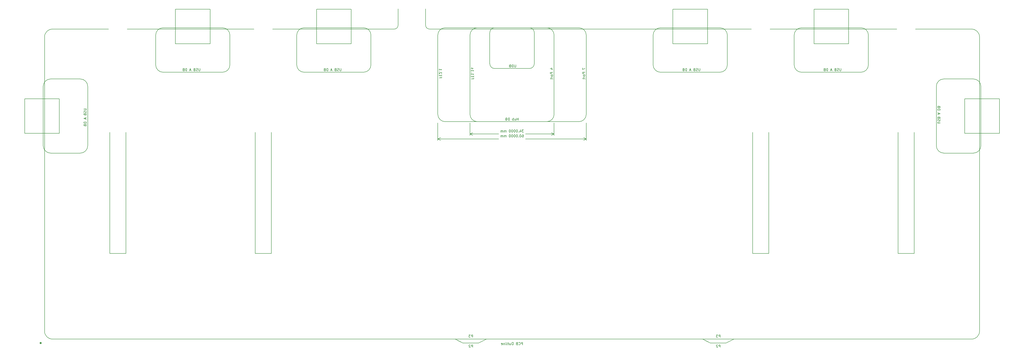
<source format=gbl>
%TF.GenerationSoftware,KiCad,Pcbnew,(6.0.0)*%
%TF.CreationDate,2022-03-06T22:42:25-05:00*%
%TF.ProjectId,custom_keyboard plate v3 bottom - map,63757374-6f6d-45f6-9b65-79626f617264,rev?*%
%TF.SameCoordinates,Original*%
%TF.FileFunction,Copper,L2,Bot*%
%TF.FilePolarity,Positive*%
%FSLAX46Y46*%
G04 Gerber Fmt 4.6, Leading zero omitted, Abs format (unit mm)*
G04 Created by KiCad (PCBNEW (6.0.0)) date 2022-03-06 22:42:25*
%MOMM*%
%LPD*%
G01*
G04 APERTURE LIST*
%TA.AperFunction,NonConductor*%
%ADD10C,0.200000*%
%TD*%
%ADD11C,0.200000*%
%TA.AperFunction,ViaPad*%
%ADD12C,0.800000*%
%TD*%
G04 APERTURE END LIST*
D10*
X379699799Y-90663700D02*
X379699799Y-114663700D01*
X194255500Y-66945200D02*
G75*
G03*
X191255500Y-69945200I1J-3000001D01*
G01*
X160633500Y-67488900D02*
X111505500Y-67488900D01*
X285244400Y-192893500D02*
X197937400Y-192893500D01*
X349255500Y-84945200D02*
G75*
G03*
X352255500Y-81945200I-1J3000001D01*
G01*
X305005500Y-67488900D02*
X174920100Y-67488900D01*
X148255500Y-84945200D02*
G75*
G03*
X151255500Y-81945200I-1J3000001D01*
G01*
X285244400Y-192893500D02*
X288419200Y-194480900D01*
X382699799Y-117663700D02*
X394699799Y-117663700D01*
X121255500Y-69945200D02*
X121255500Y-81945200D01*
X222255500Y-104945200D02*
G75*
G03*
X225255500Y-101945200I-1J3000001D01*
G01*
X21811200Y-117663700D02*
X33811200Y-117663700D01*
X297943600Y-192893500D02*
X294768800Y-194480900D01*
X191255500Y-69945200D02*
X191255500Y-101945200D01*
X129255500Y-73445200D02*
X143255500Y-73445200D01*
X143255500Y-73445200D02*
X143255500Y-59445200D01*
X143255500Y-59445200D02*
X129255500Y-59445200D01*
X129255500Y-59445200D02*
X129255500Y-73445200D01*
X19354900Y-189718700D02*
X19354900Y-70663700D01*
X33811200Y-87663700D02*
X21811200Y-87663700D01*
X91255500Y-84945200D02*
G75*
G03*
X94255500Y-81945200I-1J3000001D01*
G01*
X352255500Y-69945200D02*
G75*
G03*
X349255500Y-66945200I-3000001J-1D01*
G01*
X397156100Y-70663700D02*
X397156100Y-189718700D01*
X225255500Y-101945200D02*
X225255500Y-69945200D01*
X382699799Y-87663700D02*
G75*
G03*
X379699799Y-90663700I1J-3000001D01*
G01*
X391199799Y-95663700D02*
X405199799Y-95663700D01*
X405199799Y-95663700D02*
X405199799Y-109663700D01*
X405199799Y-109663700D02*
X391199799Y-109663700D01*
X391199799Y-109663700D02*
X391199799Y-95663700D01*
X185238200Y-192893500D02*
X197937400Y-192893500D01*
X201255500Y-83445200D02*
X215255500Y-83445200D01*
X178255500Y-101945200D02*
G75*
G03*
X181255500Y-104945200I3000001J1D01*
G01*
X45755500Y-158258200D02*
X52255500Y-158258200D01*
X21811200Y-87663700D02*
G75*
G03*
X18811200Y-90663700I1J-3000001D01*
G01*
X268255500Y-66945200D02*
G75*
G03*
X265255500Y-69945200I1J-3000001D01*
G01*
X160633500Y-67488900D02*
G75*
G03*
X162220900Y-65901500I-1J1587401D01*
G01*
X364255500Y-158258200D02*
X370755500Y-158258200D01*
X64255500Y-69945200D02*
X64255500Y-81945200D01*
X364255500Y-109258200D02*
X364255500Y-158258200D01*
X225255500Y-69945200D02*
G75*
G03*
X222255500Y-66945200I-3000001J-1D01*
G01*
X173332700Y-65901500D02*
X173332700Y-59258200D01*
X312005500Y-158258200D02*
X312005500Y-109258200D01*
X292255500Y-66945200D02*
X268255500Y-66945200D01*
X25311200Y-109663700D02*
X11311200Y-109663700D01*
X11311200Y-109663700D02*
X11311200Y-95663700D01*
X11311200Y-95663700D02*
X25311200Y-95663700D01*
X25311200Y-95663700D02*
X25311200Y-109663700D01*
X325255500Y-84945200D02*
X349255500Y-84945200D01*
X45755500Y-109258200D02*
X45755500Y-158258200D01*
X397699799Y-114663700D02*
X397699799Y-90663700D01*
X273255500Y-59445200D02*
X287255500Y-59445200D01*
X287255500Y-59445200D02*
X287255500Y-73445200D01*
X287255500Y-73445200D02*
X273255500Y-73445200D01*
X273255500Y-73445200D02*
X273255500Y-59445200D01*
X305505500Y-158258200D02*
X312005500Y-158258200D01*
X295255500Y-81945200D02*
X295255500Y-69945200D01*
X185238200Y-192893500D02*
X188413000Y-194480900D01*
X151255500Y-81945200D02*
X151255500Y-69945200D01*
X162220900Y-65901500D02*
X162220900Y-59258200D01*
X121255500Y-81945200D02*
G75*
G03*
X124255500Y-84945200I3000001J1D01*
G01*
X363755500Y-67488900D02*
X312505500Y-67488900D01*
X235255500Y-104945200D02*
G75*
G03*
X238255500Y-101945200I-1J3000001D01*
G01*
X104505500Y-109258200D02*
X104505500Y-158258200D01*
X151255500Y-69945200D02*
G75*
G03*
X148255500Y-66945200I-3000001J-1D01*
G01*
X322255500Y-69945200D02*
X322255500Y-81945200D01*
X370755500Y-158258200D02*
X370755500Y-109258200D01*
X393981300Y-192893500D02*
G75*
G03*
X397156100Y-189718700I1J3174799D01*
G01*
X52255500Y-158258200D02*
X52255500Y-109258200D01*
X199255500Y-68945200D02*
X199255500Y-81445200D01*
X397156100Y-70663700D02*
G75*
G03*
X393981300Y-67488900I-3174799J1D01*
G01*
X94255500Y-81945200D02*
X94255500Y-69945200D01*
X394699799Y-117663700D02*
G75*
G03*
X397699799Y-114663700I-1J3000001D01*
G01*
X379699799Y-114663700D02*
G75*
G03*
X382699799Y-117663700I3000001J1D01*
G01*
X181255500Y-104945200D02*
X235255500Y-104945200D01*
X104005500Y-67488900D02*
X52755500Y-67488900D01*
X22529700Y-67488900D02*
X45255500Y-67488900D01*
X268255500Y-84945200D02*
X292255500Y-84945200D01*
X18811200Y-114663700D02*
G75*
G03*
X21811200Y-117663700I3000001J1D01*
G01*
X111005500Y-158258200D02*
X111005500Y-109258200D01*
X238255500Y-101945200D02*
X238255500Y-69945200D01*
X295255500Y-69945200D02*
G75*
G03*
X292255500Y-66945200I-3000001J-1D01*
G01*
X197937400Y-192893500D02*
X194762600Y-194480900D01*
X36811200Y-90663700D02*
G75*
G03*
X33811200Y-87663700I-3000001J-1D01*
G01*
X178255500Y-69945200D02*
X178255500Y-101945200D01*
X371255500Y-67488900D02*
X393981300Y-67488900D01*
X292255500Y-84945200D02*
G75*
G03*
X295255500Y-81945200I-1J3000001D01*
G01*
X325255500Y-66945200D02*
G75*
G03*
X322255500Y-69945200I1J-3000001D01*
G01*
X265255500Y-69945200D02*
X265255500Y-81945200D01*
X19354900Y-189718700D02*
G75*
G03*
X22529700Y-192893500I3174799J-1D01*
G01*
X217255500Y-81445200D02*
X217255500Y-68945200D01*
X322255500Y-81945200D02*
G75*
G03*
X325255500Y-84945200I3000001J1D01*
G01*
X181255500Y-66945200D02*
G75*
G03*
X178255500Y-69945200I1J-3000001D01*
G01*
X18811200Y-90663700D02*
X18811200Y-114663700D01*
X64255500Y-81945200D02*
G75*
G03*
X67255500Y-84945200I3000001J1D01*
G01*
X124255500Y-66945200D02*
G75*
G03*
X121255500Y-69945200I1J-3000001D01*
G01*
X394699799Y-87663700D02*
X382699799Y-87663700D01*
X393981300Y-192893500D02*
X297943600Y-192893500D01*
X173332700Y-65901500D02*
G75*
G03*
X174920100Y-67488900I1587401J1D01*
G01*
X235255500Y-66945200D02*
X181255500Y-66945200D01*
X36811200Y-114663700D02*
X36811200Y-90663700D01*
X238255500Y-69945200D02*
G75*
G03*
X235255500Y-66945200I-3000001J-1D01*
G01*
X285244400Y-192893500D02*
X297943600Y-192893500D01*
X397699799Y-90663700D02*
G75*
G03*
X394699799Y-87663700I-3000001J-1D01*
G01*
X188413000Y-194480900D02*
X194762600Y-194480900D01*
X124255500Y-84945200D02*
X148255500Y-84945200D01*
X148255500Y-66945200D02*
X124255500Y-66945200D01*
X217255500Y-68945200D02*
G75*
G03*
X215255500Y-66945200I-1999999J1D01*
G01*
X67255500Y-84945200D02*
X91255500Y-84945200D01*
X199255500Y-81445200D02*
G75*
G03*
X201255500Y-83445200I1999999J-1D01*
G01*
X72255500Y-73445200D02*
X86255500Y-73445200D01*
X86255500Y-73445200D02*
X86255500Y-59445200D01*
X86255500Y-59445200D02*
X72255500Y-59445200D01*
X72255500Y-59445200D02*
X72255500Y-73445200D01*
X349255500Y-66945200D02*
X325255500Y-66945200D01*
X104505500Y-158258200D02*
X111005500Y-158258200D01*
X185238200Y-192893500D02*
X22529700Y-192893500D01*
X330255500Y-59445200D02*
X344255500Y-59445200D01*
X344255500Y-59445200D02*
X344255500Y-73445200D01*
X344255500Y-73445200D02*
X330255500Y-73445200D01*
X330255500Y-73445200D02*
X330255500Y-59445200D01*
X91255500Y-66945200D02*
X67255500Y-66945200D01*
X265255500Y-81945200D02*
G75*
G03*
X268255500Y-84945200I3000001J1D01*
G01*
X305505500Y-109258200D02*
X305505500Y-158258200D01*
X201255500Y-66945200D02*
G75*
G03*
X199255500Y-68945200I-1J-1999999D01*
G01*
X33811200Y-117663700D02*
G75*
G03*
X36811200Y-114663700I-1J3000001D01*
G01*
X191255500Y-101945200D02*
G75*
G03*
X194255500Y-104945200I3000001J1D01*
G01*
X67255500Y-66945200D02*
G75*
G03*
X64255500Y-69945200I1J-3000001D01*
G01*
X352255500Y-81945200D02*
X352255500Y-69945200D01*
X215255500Y-83445200D02*
G75*
G03*
X217255500Y-81445200I1J1999999D01*
G01*
X288419200Y-194480900D02*
X294768800Y-194480900D01*
X22529700Y-67488900D02*
G75*
G03*
X19354900Y-70663700I-1J-3174799D01*
G01*
X94255500Y-69945200D02*
G75*
G03*
X91255500Y-66945200I-3000001J-1D01*
G01*
D11*
D10*
X82207880Y-83397580D02*
X82207880Y-84207104D01*
X82160261Y-84302342D01*
X82112642Y-84349961D01*
X82017404Y-84397580D01*
X81826928Y-84397580D01*
X81731690Y-84349961D01*
X81684071Y-84302342D01*
X81636452Y-84207104D01*
X81636452Y-83397580D01*
X81207880Y-84349961D02*
X81065023Y-84397580D01*
X80826928Y-84397580D01*
X80731690Y-84349961D01*
X80684071Y-84302342D01*
X80636452Y-84207104D01*
X80636452Y-84111866D01*
X80684071Y-84016628D01*
X80731690Y-83969009D01*
X80826928Y-83921390D01*
X81017404Y-83873771D01*
X81112642Y-83826152D01*
X81160261Y-83778533D01*
X81207880Y-83683295D01*
X81207880Y-83588057D01*
X81160261Y-83492819D01*
X81112642Y-83445200D01*
X81017404Y-83397580D01*
X80779309Y-83397580D01*
X80636452Y-83445200D01*
X79874547Y-83873771D02*
X79731690Y-83921390D01*
X79684071Y-83969009D01*
X79636452Y-84064247D01*
X79636452Y-84207104D01*
X79684071Y-84302342D01*
X79731690Y-84349961D01*
X79826928Y-84397580D01*
X80207880Y-84397580D01*
X80207880Y-83397580D01*
X79874547Y-83397580D01*
X79779309Y-83445200D01*
X79731690Y-83492819D01*
X79684071Y-83588057D01*
X79684071Y-83683295D01*
X79731690Y-83778533D01*
X79779309Y-83826152D01*
X79874547Y-83873771D01*
X80207880Y-83873771D01*
X78493595Y-84111866D02*
X78017404Y-84111866D01*
X78588833Y-84397580D02*
X78255500Y-83397580D01*
X77922166Y-84397580D01*
X76826928Y-84397580D02*
X76826928Y-83397580D01*
X76588833Y-83397580D01*
X76445976Y-83445200D01*
X76350738Y-83540438D01*
X76303119Y-83635676D01*
X76255500Y-83826152D01*
X76255500Y-83969009D01*
X76303119Y-84159485D01*
X76350738Y-84254723D01*
X76445976Y-84349961D01*
X76588833Y-84397580D01*
X76826928Y-84397580D01*
X75493595Y-83873771D02*
X75350738Y-83921390D01*
X75303119Y-83969009D01*
X75255500Y-84064247D01*
X75255500Y-84207104D01*
X75303119Y-84302342D01*
X75350738Y-84349961D01*
X75445976Y-84397580D01*
X75826928Y-84397580D01*
X75826928Y-83397580D01*
X75493595Y-83397580D01*
X75398357Y-83445200D01*
X75350738Y-83492819D01*
X75303119Y-83588057D01*
X75303119Y-83683295D01*
X75350738Y-83778533D01*
X75398357Y-83826152D01*
X75493595Y-83873771D01*
X75826928Y-83873771D01*
D11*
D10*
X192325895Y-196210580D02*
X192325895Y-195210580D01*
X191944942Y-195210580D01*
X191849704Y-195258200D01*
X191802085Y-195305819D01*
X191754466Y-195401057D01*
X191754466Y-195543914D01*
X191802085Y-195639152D01*
X191849704Y-195686771D01*
X191944942Y-195734390D01*
X192325895Y-195734390D01*
X191373514Y-195305819D02*
X191325895Y-195258200D01*
X191230657Y-195210580D01*
X190992561Y-195210580D01*
X190897323Y-195258200D01*
X190849704Y-195305819D01*
X190802085Y-195401057D01*
X190802085Y-195496295D01*
X190849704Y-195639152D01*
X191421133Y-196210580D01*
X190802085Y-196210580D01*
D11*
D10*
X209791214Y-81897580D02*
X209791214Y-82707104D01*
X209743595Y-82802342D01*
X209695976Y-82849961D01*
X209600738Y-82897580D01*
X209410261Y-82897580D01*
X209315023Y-82849961D01*
X209267404Y-82802342D01*
X209219785Y-82707104D01*
X209219785Y-81897580D01*
X208743595Y-82897580D02*
X208743595Y-81897580D01*
X208505500Y-81897580D01*
X208362642Y-81945200D01*
X208267404Y-82040438D01*
X208219785Y-82135676D01*
X208172166Y-82326152D01*
X208172166Y-82469009D01*
X208219785Y-82659485D01*
X208267404Y-82754723D01*
X208362642Y-82849961D01*
X208505500Y-82897580D01*
X208743595Y-82897580D01*
X207410261Y-82373771D02*
X207267404Y-82421390D01*
X207219785Y-82469009D01*
X207172166Y-82564247D01*
X207172166Y-82707104D01*
X207219785Y-82802342D01*
X207267404Y-82849961D01*
X207362642Y-82897580D01*
X207743595Y-82897580D01*
X207743595Y-81897580D01*
X207410261Y-81897580D01*
X207315023Y-81945200D01*
X207267404Y-81992819D01*
X207219785Y-82088057D01*
X207219785Y-82183295D01*
X207267404Y-82278533D01*
X207315023Y-82326152D01*
X207410261Y-82373771D01*
X207743595Y-82373771D01*
D11*
D10*
X210826928Y-104397580D02*
X210826928Y-103397580D01*
X210826928Y-103873771D02*
X210255500Y-103873771D01*
X210255500Y-104397580D02*
X210255500Y-103397580D01*
X209350738Y-103730914D02*
X209350738Y-104397580D01*
X209779309Y-103730914D02*
X209779309Y-104254723D01*
X209731690Y-104349961D01*
X209636452Y-104397580D01*
X209493595Y-104397580D01*
X209398357Y-104349961D01*
X209350738Y-104302342D01*
X208874547Y-104397580D02*
X208874547Y-103397580D01*
X208874547Y-103778533D02*
X208779309Y-103730914D01*
X208588833Y-103730914D01*
X208493595Y-103778533D01*
X208445976Y-103826152D01*
X208398357Y-103921390D01*
X208398357Y-104207104D01*
X208445976Y-104302342D01*
X208493595Y-104349961D01*
X208588833Y-104397580D01*
X208779309Y-104397580D01*
X208874547Y-104349961D01*
X207207880Y-104397580D02*
X207207880Y-103397580D01*
X206969785Y-103397580D01*
X206826928Y-103445200D01*
X206731690Y-103540438D01*
X206684071Y-103635676D01*
X206636452Y-103826152D01*
X206636452Y-103969009D01*
X206684071Y-104159485D01*
X206731690Y-104254723D01*
X206826928Y-104349961D01*
X206969785Y-104397580D01*
X207207880Y-104397580D01*
X205874547Y-103873771D02*
X205731690Y-103921390D01*
X205684071Y-103969009D01*
X205636452Y-104064247D01*
X205636452Y-104207104D01*
X205684071Y-104302342D01*
X205731690Y-104349961D01*
X205826928Y-104397580D01*
X206207880Y-104397580D01*
X206207880Y-103397580D01*
X205874547Y-103397580D01*
X205779309Y-103445200D01*
X205731690Y-103492819D01*
X205684071Y-103588057D01*
X205684071Y-103683295D01*
X205731690Y-103778533D01*
X205779309Y-103826152D01*
X205874547Y-103873771D01*
X206207880Y-103873771D01*
D11*
D10*
X381247418Y-105616080D02*
X380437894Y-105616080D01*
X380342656Y-105568461D01*
X380295037Y-105520842D01*
X380247418Y-105425604D01*
X380247418Y-105235128D01*
X380295037Y-105139890D01*
X380342656Y-105092271D01*
X380437894Y-105044652D01*
X381247418Y-105044652D01*
X380295037Y-104616080D02*
X380247418Y-104473223D01*
X380247418Y-104235128D01*
X380295037Y-104139890D01*
X380342656Y-104092271D01*
X380437894Y-104044652D01*
X380533132Y-104044652D01*
X380628370Y-104092271D01*
X380675989Y-104139890D01*
X380723608Y-104235128D01*
X380771227Y-104425604D01*
X380818846Y-104520842D01*
X380866465Y-104568461D01*
X380961703Y-104616080D01*
X381056941Y-104616080D01*
X381152179Y-104568461D01*
X381199799Y-104520842D01*
X381247418Y-104425604D01*
X381247418Y-104187509D01*
X381199799Y-104044652D01*
X380771227Y-103282747D02*
X380723608Y-103139890D01*
X380675989Y-103092271D01*
X380580751Y-103044652D01*
X380437894Y-103044652D01*
X380342656Y-103092271D01*
X380295037Y-103139890D01*
X380247418Y-103235128D01*
X380247418Y-103616080D01*
X381247418Y-103616080D01*
X381247418Y-103282747D01*
X381199799Y-103187509D01*
X381152179Y-103139890D01*
X381056941Y-103092271D01*
X380961703Y-103092271D01*
X380866465Y-103139890D01*
X380818846Y-103187509D01*
X380771227Y-103282747D01*
X380771227Y-103616080D01*
X380533132Y-101901795D02*
X380533132Y-101425604D01*
X380247418Y-101997033D02*
X381247418Y-101663700D01*
X380247418Y-101330366D01*
X380247418Y-100235128D02*
X381247418Y-100235128D01*
X381247418Y-99997033D01*
X381199799Y-99854176D01*
X381104560Y-99758938D01*
X381009322Y-99711319D01*
X380818846Y-99663700D01*
X380675989Y-99663700D01*
X380485513Y-99711319D01*
X380390275Y-99758938D01*
X380295037Y-99854176D01*
X380247418Y-99997033D01*
X380247418Y-100235128D01*
X380771227Y-98901795D02*
X380723608Y-98758938D01*
X380675989Y-98711319D01*
X380580751Y-98663700D01*
X380437894Y-98663700D01*
X380342656Y-98711319D01*
X380295037Y-98758938D01*
X380247418Y-98854176D01*
X380247418Y-99235128D01*
X381247418Y-99235128D01*
X381247418Y-98901795D01*
X381199799Y-98806557D01*
X381152179Y-98758938D01*
X381056941Y-98711319D01*
X380961703Y-98711319D01*
X380866465Y-98758938D01*
X380818846Y-98806557D01*
X380771227Y-98901795D01*
X380771227Y-99235128D01*
D11*
D10*
X192326928Y-87349961D02*
X192326928Y-87683295D01*
X191803119Y-87683295D02*
X192803119Y-87683295D01*
X192803119Y-87207104D01*
X192326928Y-86826152D02*
X192326928Y-86492819D01*
X191803119Y-86349961D02*
X191803119Y-86826152D01*
X192803119Y-86826152D01*
X192803119Y-86349961D01*
X191803119Y-85397580D02*
X191803119Y-85969009D01*
X191803119Y-85683295D02*
X192803119Y-85683295D01*
X192660261Y-85778533D01*
X192565023Y-85873771D01*
X192517404Y-85969009D01*
X191898357Y-84969009D02*
X191850738Y-84921390D01*
X191803119Y-84969009D01*
X191850738Y-85016628D01*
X191898357Y-84969009D01*
X191803119Y-84969009D01*
X191803119Y-83969009D02*
X191803119Y-84540438D01*
X191803119Y-84254723D02*
X192803119Y-84254723D01*
X192660261Y-84349961D01*
X192565023Y-84445200D01*
X192517404Y-84540438D01*
X191850738Y-83588057D02*
X191803119Y-83492819D01*
X191803119Y-83302342D01*
X191850738Y-83207104D01*
X191945976Y-83159485D01*
X191993595Y-83159485D01*
X192088833Y-83207104D01*
X192136452Y-83302342D01*
X192136452Y-83445200D01*
X192184071Y-83540438D01*
X192279309Y-83588057D01*
X192326928Y-83588057D01*
X192422166Y-83540438D01*
X192469785Y-83445200D01*
X192469785Y-83302342D01*
X192422166Y-83207104D01*
D11*
D10*
X292332095Y-192210580D02*
X292332095Y-191210580D01*
X291951142Y-191210580D01*
X291855904Y-191258200D01*
X291808285Y-191305819D01*
X291760666Y-191401057D01*
X291760666Y-191543914D01*
X291808285Y-191639152D01*
X291855904Y-191686771D01*
X291951142Y-191734390D01*
X292332095Y-191734390D01*
X291427333Y-191210580D02*
X290808285Y-191210580D01*
X291141619Y-191591533D01*
X290998761Y-191591533D01*
X290903523Y-191639152D01*
X290855904Y-191686771D01*
X290808285Y-191782009D01*
X290808285Y-192020104D01*
X290855904Y-192115342D01*
X290903523Y-192162961D01*
X290998761Y-192210580D01*
X291284476Y-192210580D01*
X291379714Y-192162961D01*
X291427333Y-192115342D01*
D11*
D10*
X236707880Y-83157847D02*
X236707880Y-83824513D01*
X237707880Y-83395942D01*
X237707880Y-84967371D02*
X236707880Y-84967371D01*
X236707880Y-85348323D01*
X236755500Y-85443561D01*
X236803119Y-85491180D01*
X236898357Y-85538799D01*
X237041214Y-85538799D01*
X237136452Y-85491180D01*
X237184071Y-85443561D01*
X237231690Y-85348323D01*
X237231690Y-84967371D01*
X237707880Y-86110228D02*
X237660261Y-86014990D01*
X237612642Y-85967371D01*
X237517404Y-85919752D01*
X237231690Y-85919752D01*
X237136452Y-85967371D01*
X237088833Y-86014990D01*
X237041214Y-86110228D01*
X237041214Y-86253085D01*
X237088833Y-86348323D01*
X237136452Y-86395942D01*
X237231690Y-86443561D01*
X237517404Y-86443561D01*
X237612642Y-86395942D01*
X237660261Y-86348323D01*
X237707880Y-86253085D01*
X237707880Y-86110228D01*
X237707880Y-86872132D02*
X237041214Y-86872132D01*
X237231690Y-86872132D02*
X237136452Y-86919752D01*
X237088833Y-86967371D01*
X237041214Y-87062609D01*
X237041214Y-87157847D01*
X237041214Y-87348323D02*
X237041214Y-87729275D01*
X236707880Y-87491180D02*
X237565023Y-87491180D01*
X237660261Y-87538799D01*
X237707880Y-87634037D01*
X237707880Y-87729275D01*
D11*
D10*
X292332095Y-196210580D02*
X292332095Y-195210580D01*
X291951142Y-195210580D01*
X291855904Y-195258200D01*
X291808285Y-195305819D01*
X291760666Y-195401057D01*
X291760666Y-195543914D01*
X291808285Y-195639152D01*
X291855904Y-195686771D01*
X291951142Y-195734390D01*
X292332095Y-195734390D01*
X291379714Y-195305819D02*
X291332095Y-195258200D01*
X291236857Y-195210580D01*
X290998761Y-195210580D01*
X290903523Y-195258200D01*
X290855904Y-195305819D01*
X290808285Y-195401057D01*
X290808285Y-195496295D01*
X290855904Y-195639152D01*
X291427333Y-196210580D01*
X290808285Y-196210580D01*
D11*
D10*
X284207880Y-83397580D02*
X284207880Y-84207104D01*
X284160261Y-84302342D01*
X284112642Y-84349961D01*
X284017404Y-84397580D01*
X283826928Y-84397580D01*
X283731690Y-84349961D01*
X283684071Y-84302342D01*
X283636452Y-84207104D01*
X283636452Y-83397580D01*
X283207880Y-84349961D02*
X283065023Y-84397580D01*
X282826928Y-84397580D01*
X282731690Y-84349961D01*
X282684071Y-84302342D01*
X282636452Y-84207104D01*
X282636452Y-84111866D01*
X282684071Y-84016628D01*
X282731690Y-83969009D01*
X282826928Y-83921390D01*
X283017404Y-83873771D01*
X283112642Y-83826152D01*
X283160261Y-83778533D01*
X283207880Y-83683295D01*
X283207880Y-83588057D01*
X283160261Y-83492819D01*
X283112642Y-83445200D01*
X283017404Y-83397580D01*
X282779309Y-83397580D01*
X282636452Y-83445200D01*
X281874547Y-83873771D02*
X281731690Y-83921390D01*
X281684071Y-83969009D01*
X281636452Y-84064247D01*
X281636452Y-84207104D01*
X281684071Y-84302342D01*
X281731690Y-84349961D01*
X281826928Y-84397580D01*
X282207880Y-84397580D01*
X282207880Y-83397580D01*
X281874547Y-83397580D01*
X281779309Y-83445200D01*
X281731690Y-83492819D01*
X281684071Y-83588057D01*
X281684071Y-83683295D01*
X281731690Y-83778533D01*
X281779309Y-83826152D01*
X281874547Y-83873771D01*
X282207880Y-83873771D01*
X280493595Y-84111866D02*
X280017404Y-84111866D01*
X280588833Y-84397580D02*
X280255500Y-83397580D01*
X279922166Y-84397580D01*
X278826928Y-84397580D02*
X278826928Y-83397580D01*
X278588833Y-83397580D01*
X278445976Y-83445200D01*
X278350738Y-83540438D01*
X278303119Y-83635676D01*
X278255500Y-83826152D01*
X278255500Y-83969009D01*
X278303119Y-84159485D01*
X278350738Y-84254723D01*
X278445976Y-84349961D01*
X278588833Y-84397580D01*
X278826928Y-84397580D01*
X277493595Y-83873771D02*
X277350738Y-83921390D01*
X277303119Y-83969009D01*
X277255500Y-84064247D01*
X277255500Y-84207104D01*
X277303119Y-84302342D01*
X277350738Y-84349961D01*
X277445976Y-84397580D01*
X277826928Y-84397580D01*
X277826928Y-83397580D01*
X277493595Y-83397580D01*
X277398357Y-83445200D01*
X277350738Y-83492819D01*
X277303119Y-83588057D01*
X277303119Y-83683295D01*
X277350738Y-83778533D01*
X277398357Y-83826152D01*
X277493595Y-83873771D01*
X277826928Y-83873771D01*
D11*
D10*
X192325895Y-192210580D02*
X192325895Y-191210580D01*
X191944942Y-191210580D01*
X191849704Y-191258200D01*
X191802085Y-191305819D01*
X191754466Y-191401057D01*
X191754466Y-191543914D01*
X191802085Y-191639152D01*
X191849704Y-191686771D01*
X191944942Y-191734390D01*
X192325895Y-191734390D01*
X191421133Y-191210580D02*
X190802085Y-191210580D01*
X191135419Y-191591533D01*
X190992561Y-191591533D01*
X190897323Y-191639152D01*
X190849704Y-191686771D01*
X190802085Y-191782009D01*
X190802085Y-192020104D01*
X190849704Y-192115342D01*
X190897323Y-192162961D01*
X190992561Y-192210580D01*
X191278276Y-192210580D01*
X191373514Y-192162961D01*
X191421133Y-192115342D01*
D11*
D10*
X179326928Y-86919752D02*
X179326928Y-87253085D01*
X178803119Y-87253085D02*
X179803119Y-87253085D01*
X179803119Y-86776894D01*
X179326928Y-86395942D02*
X179326928Y-86062609D01*
X178803119Y-85919752D02*
X178803119Y-86395942D01*
X179803119Y-86395942D01*
X179803119Y-85919752D01*
X179707880Y-85538799D02*
X179755500Y-85491180D01*
X179803119Y-85395942D01*
X179803119Y-85157847D01*
X179755500Y-85062609D01*
X179707880Y-85014990D01*
X179612642Y-84967371D01*
X179517404Y-84967371D01*
X179374547Y-85014990D01*
X178803119Y-85586418D01*
X178803119Y-84967371D01*
X178898357Y-84538799D02*
X178850738Y-84491180D01*
X178803119Y-84538799D01*
X178850738Y-84586418D01*
X178898357Y-84538799D01*
X178803119Y-84538799D01*
X178803119Y-83538799D02*
X178803119Y-84110228D01*
X178803119Y-83824513D02*
X179803119Y-83824513D01*
X179660261Y-83919752D01*
X179565023Y-84014990D01*
X179517404Y-84110228D01*
D11*
D10*
X139207880Y-83397580D02*
X139207880Y-84207104D01*
X139160261Y-84302342D01*
X139112642Y-84349961D01*
X139017404Y-84397580D01*
X138826928Y-84397580D01*
X138731690Y-84349961D01*
X138684071Y-84302342D01*
X138636452Y-84207104D01*
X138636452Y-83397580D01*
X138207880Y-84349961D02*
X138065023Y-84397580D01*
X137826928Y-84397580D01*
X137731690Y-84349961D01*
X137684071Y-84302342D01*
X137636452Y-84207104D01*
X137636452Y-84111866D01*
X137684071Y-84016628D01*
X137731690Y-83969009D01*
X137826928Y-83921390D01*
X138017404Y-83873771D01*
X138112642Y-83826152D01*
X138160261Y-83778533D01*
X138207880Y-83683295D01*
X138207880Y-83588057D01*
X138160261Y-83492819D01*
X138112642Y-83445200D01*
X138017404Y-83397580D01*
X137779309Y-83397580D01*
X137636452Y-83445200D01*
X136874547Y-83873771D02*
X136731690Y-83921390D01*
X136684071Y-83969009D01*
X136636452Y-84064247D01*
X136636452Y-84207104D01*
X136684071Y-84302342D01*
X136731690Y-84349961D01*
X136826928Y-84397580D01*
X137207880Y-84397580D01*
X137207880Y-83397580D01*
X136874547Y-83397580D01*
X136779309Y-83445200D01*
X136731690Y-83492819D01*
X136684071Y-83588057D01*
X136684071Y-83683295D01*
X136731690Y-83778533D01*
X136779309Y-83826152D01*
X136874547Y-83873771D01*
X137207880Y-83873771D01*
X135493595Y-84111866D02*
X135017404Y-84111866D01*
X135588833Y-84397580D02*
X135255500Y-83397580D01*
X134922166Y-84397580D01*
X133826928Y-84397580D02*
X133826928Y-83397580D01*
X133588833Y-83397580D01*
X133445976Y-83445200D01*
X133350738Y-83540438D01*
X133303119Y-83635676D01*
X133255500Y-83826152D01*
X133255500Y-83969009D01*
X133303119Y-84159485D01*
X133350738Y-84254723D01*
X133445976Y-84349961D01*
X133588833Y-84397580D01*
X133826928Y-84397580D01*
X132493595Y-83873771D02*
X132350738Y-83921390D01*
X132303119Y-83969009D01*
X132255500Y-84064247D01*
X132255500Y-84207104D01*
X132303119Y-84302342D01*
X132350738Y-84349961D01*
X132445976Y-84397580D01*
X132826928Y-84397580D01*
X132826928Y-83397580D01*
X132493595Y-83397580D01*
X132398357Y-83445200D01*
X132350738Y-83492819D01*
X132303119Y-83588057D01*
X132303119Y-83683295D01*
X132350738Y-83778533D01*
X132398357Y-83826152D01*
X132493595Y-83873771D01*
X132826928Y-83873771D01*
D11*
D10*
X341207880Y-83397580D02*
X341207880Y-84207104D01*
X341160261Y-84302342D01*
X341112642Y-84349961D01*
X341017404Y-84397580D01*
X340826928Y-84397580D01*
X340731690Y-84349961D01*
X340684071Y-84302342D01*
X340636452Y-84207104D01*
X340636452Y-83397580D01*
X340207880Y-84349961D02*
X340065023Y-84397580D01*
X339826928Y-84397580D01*
X339731690Y-84349961D01*
X339684071Y-84302342D01*
X339636452Y-84207104D01*
X339636452Y-84111866D01*
X339684071Y-84016628D01*
X339731690Y-83969009D01*
X339826928Y-83921390D01*
X340017404Y-83873771D01*
X340112642Y-83826152D01*
X340160261Y-83778533D01*
X340207880Y-83683295D01*
X340207880Y-83588057D01*
X340160261Y-83492819D01*
X340112642Y-83445200D01*
X340017404Y-83397580D01*
X339779309Y-83397580D01*
X339636452Y-83445200D01*
X338874547Y-83873771D02*
X338731690Y-83921390D01*
X338684071Y-83969009D01*
X338636452Y-84064247D01*
X338636452Y-84207104D01*
X338684071Y-84302342D01*
X338731690Y-84349961D01*
X338826928Y-84397580D01*
X339207880Y-84397580D01*
X339207880Y-83397580D01*
X338874547Y-83397580D01*
X338779309Y-83445200D01*
X338731690Y-83492819D01*
X338684071Y-83588057D01*
X338684071Y-83683295D01*
X338731690Y-83778533D01*
X338779309Y-83826152D01*
X338874547Y-83873771D01*
X339207880Y-83873771D01*
X337493595Y-84111866D02*
X337017404Y-84111866D01*
X337588833Y-84397580D02*
X337255500Y-83397580D01*
X336922166Y-84397580D01*
X335826928Y-84397580D02*
X335826928Y-83397580D01*
X335588833Y-83397580D01*
X335445976Y-83445200D01*
X335350738Y-83540438D01*
X335303119Y-83635676D01*
X335255500Y-83826152D01*
X335255500Y-83969009D01*
X335303119Y-84159485D01*
X335350738Y-84254723D01*
X335445976Y-84349961D01*
X335588833Y-84397580D01*
X335826928Y-84397580D01*
X334493595Y-83873771D02*
X334350738Y-83921390D01*
X334303119Y-83969009D01*
X334255500Y-84064247D01*
X334255500Y-84207104D01*
X334303119Y-84302342D01*
X334350738Y-84349961D01*
X334445976Y-84397580D01*
X334826928Y-84397580D01*
X334826928Y-83397580D01*
X334493595Y-83397580D01*
X334398357Y-83445200D01*
X334350738Y-83492819D01*
X334303119Y-83588057D01*
X334303119Y-83683295D01*
X334350738Y-83778533D01*
X334398357Y-83826152D01*
X334493595Y-83873771D01*
X334826928Y-83873771D01*
D11*
D10*
X35263580Y-99711319D02*
X36073104Y-99711319D01*
X36168342Y-99758938D01*
X36215961Y-99806557D01*
X36263580Y-99901795D01*
X36263580Y-100092271D01*
X36215961Y-100187509D01*
X36168342Y-100235128D01*
X36073104Y-100282747D01*
X35263580Y-100282747D01*
X36215961Y-100711319D02*
X36263580Y-100854176D01*
X36263580Y-101092271D01*
X36215961Y-101187509D01*
X36168342Y-101235128D01*
X36073104Y-101282747D01*
X35977866Y-101282747D01*
X35882628Y-101235128D01*
X35835009Y-101187509D01*
X35787390Y-101092271D01*
X35739771Y-100901795D01*
X35692152Y-100806557D01*
X35644533Y-100758938D01*
X35549295Y-100711319D01*
X35454057Y-100711319D01*
X35358819Y-100758938D01*
X35311200Y-100806557D01*
X35263580Y-100901795D01*
X35263580Y-101139890D01*
X35311200Y-101282747D01*
X35739771Y-102044652D02*
X35787390Y-102187509D01*
X35835009Y-102235128D01*
X35930247Y-102282747D01*
X36073104Y-102282747D01*
X36168342Y-102235128D01*
X36215961Y-102187509D01*
X36263580Y-102092271D01*
X36263580Y-101711319D01*
X35263580Y-101711319D01*
X35263580Y-102044652D01*
X35311200Y-102139890D01*
X35358819Y-102187509D01*
X35454057Y-102235128D01*
X35549295Y-102235128D01*
X35644533Y-102187509D01*
X35692152Y-102139890D01*
X35739771Y-102044652D01*
X35739771Y-101711319D01*
X35977866Y-103425604D02*
X35977866Y-103901795D01*
X36263580Y-103330366D02*
X35263580Y-103663700D01*
X36263580Y-103997033D01*
X36263580Y-105092271D02*
X35263580Y-105092271D01*
X35263580Y-105330366D01*
X35311200Y-105473223D01*
X35406438Y-105568461D01*
X35501676Y-105616080D01*
X35692152Y-105663700D01*
X35835009Y-105663700D01*
X36025485Y-105616080D01*
X36120723Y-105568461D01*
X36215961Y-105473223D01*
X36263580Y-105330366D01*
X36263580Y-105092271D01*
X35739771Y-106425604D02*
X35787390Y-106568461D01*
X35835009Y-106616080D01*
X35930247Y-106663700D01*
X36073104Y-106663700D01*
X36168342Y-106616080D01*
X36215961Y-106568461D01*
X36263580Y-106473223D01*
X36263580Y-106092271D01*
X35263580Y-106092271D01*
X35263580Y-106425604D01*
X35311200Y-106520842D01*
X35358819Y-106568461D01*
X35454057Y-106616080D01*
X35549295Y-106616080D01*
X35644533Y-106568461D01*
X35692152Y-106520842D01*
X35739771Y-106425604D01*
X35739771Y-106092271D01*
D11*
D10*
X224041214Y-83707104D02*
X224707880Y-83707104D01*
X223660261Y-83469009D02*
X224374547Y-83230914D01*
X224374547Y-83849961D01*
X224707880Y-84992819D02*
X223707880Y-84992819D01*
X223707880Y-85373771D01*
X223755500Y-85469009D01*
X223803119Y-85516628D01*
X223898357Y-85564247D01*
X224041214Y-85564247D01*
X224136452Y-85516628D01*
X224184071Y-85469009D01*
X224231690Y-85373771D01*
X224231690Y-84992819D01*
X224707880Y-86135676D02*
X224660261Y-86040438D01*
X224612642Y-85992819D01*
X224517404Y-85945200D01*
X224231690Y-85945200D01*
X224136452Y-85992819D01*
X224088833Y-86040438D01*
X224041214Y-86135676D01*
X224041214Y-86278533D01*
X224088833Y-86373771D01*
X224136452Y-86421390D01*
X224231690Y-86469009D01*
X224517404Y-86469009D01*
X224612642Y-86421390D01*
X224660261Y-86373771D01*
X224707880Y-86278533D01*
X224707880Y-86135676D01*
X224707880Y-86897580D02*
X224041214Y-86897580D01*
X224231690Y-86897580D02*
X224136452Y-86945200D01*
X224088833Y-86992819D01*
X224041214Y-87088057D01*
X224041214Y-87183295D01*
X224041214Y-87373771D02*
X224041214Y-87754723D01*
X223707880Y-87516628D02*
X224565023Y-87516628D01*
X224660261Y-87564247D01*
X224707880Y-87659485D01*
X224707880Y-87754723D01*
D11*
D10*
X212541214Y-195210580D02*
X212541214Y-194210580D01*
X212160261Y-194210580D01*
X212065023Y-194258200D01*
X212017404Y-194305819D01*
X211969785Y-194401057D01*
X211969785Y-194543914D01*
X212017404Y-194639152D01*
X212065023Y-194686771D01*
X212160261Y-194734390D01*
X212541214Y-194734390D01*
X210969785Y-195115342D02*
X211017404Y-195162961D01*
X211160261Y-195210580D01*
X211255500Y-195210580D01*
X211398357Y-195162961D01*
X211493595Y-195067723D01*
X211541214Y-194972485D01*
X211588833Y-194782009D01*
X211588833Y-194639152D01*
X211541214Y-194448676D01*
X211493595Y-194353438D01*
X211398357Y-194258200D01*
X211255500Y-194210580D01*
X211160261Y-194210580D01*
X211017404Y-194258200D01*
X210969785Y-194305819D01*
X210207880Y-194686771D02*
X210065023Y-194734390D01*
X210017404Y-194782009D01*
X209969785Y-194877247D01*
X209969785Y-195020104D01*
X210017404Y-195115342D01*
X210065023Y-195162961D01*
X210160261Y-195210580D01*
X210541214Y-195210580D01*
X210541214Y-194210580D01*
X210207880Y-194210580D01*
X210112642Y-194258200D01*
X210065023Y-194305819D01*
X210017404Y-194401057D01*
X210017404Y-194496295D01*
X210065023Y-194591533D01*
X210112642Y-194639152D01*
X210207880Y-194686771D01*
X210541214Y-194686771D01*
X208588833Y-194210580D02*
X208398357Y-194210580D01*
X208303119Y-194258200D01*
X208207880Y-194353438D01*
X208160261Y-194543914D01*
X208160261Y-194877247D01*
X208207880Y-195067723D01*
X208303119Y-195162961D01*
X208398357Y-195210580D01*
X208588833Y-195210580D01*
X208684071Y-195162961D01*
X208779309Y-195067723D01*
X208826928Y-194877247D01*
X208826928Y-194543914D01*
X208779309Y-194353438D01*
X208684071Y-194258200D01*
X208588833Y-194210580D01*
X207303119Y-194543914D02*
X207303119Y-195210580D01*
X207731690Y-194543914D02*
X207731690Y-195067723D01*
X207684071Y-195162961D01*
X207588833Y-195210580D01*
X207445976Y-195210580D01*
X207350738Y-195162961D01*
X207303119Y-195115342D01*
X206969785Y-194543914D02*
X206588833Y-194543914D01*
X206826928Y-194210580D02*
X206826928Y-195067723D01*
X206779309Y-195162961D01*
X206684071Y-195210580D01*
X206588833Y-195210580D01*
X206112642Y-195210580D02*
X206207880Y-195162961D01*
X206255500Y-195067723D01*
X206255500Y-194210580D01*
X205731690Y-195210580D02*
X205731690Y-194543914D01*
X205731690Y-194210580D02*
X205779309Y-194258200D01*
X205731690Y-194305819D01*
X205684071Y-194258200D01*
X205731690Y-194210580D01*
X205731690Y-194305819D01*
X205255500Y-194543914D02*
X205255500Y-195210580D01*
X205255500Y-194639152D02*
X205207880Y-194591533D01*
X205112642Y-194543914D01*
X204969785Y-194543914D01*
X204874547Y-194591533D01*
X204826928Y-194686771D01*
X204826928Y-195210580D01*
X203969785Y-195162961D02*
X204065023Y-195210580D01*
X204255500Y-195210580D01*
X204350738Y-195162961D01*
X204398357Y-195067723D01*
X204398357Y-194686771D01*
X204350738Y-194591533D01*
X204255500Y-194543914D01*
X204065023Y-194543914D01*
X203969785Y-194591533D01*
X203922166Y-194686771D01*
X203922166Y-194782009D01*
X204398357Y-194877247D01*
D11*
D10*
X212398357Y-110197580D02*
X212588833Y-110197580D01*
X212684071Y-110245200D01*
X212731690Y-110292819D01*
X212826928Y-110435676D01*
X212874547Y-110626152D01*
X212874547Y-111007104D01*
X212826928Y-111102342D01*
X212779309Y-111149961D01*
X212684071Y-111197580D01*
X212493595Y-111197580D01*
X212398357Y-111149961D01*
X212350738Y-111102342D01*
X212303119Y-111007104D01*
X212303119Y-110769009D01*
X212350738Y-110673771D01*
X212398357Y-110626152D01*
X212493595Y-110578533D01*
X212684071Y-110578533D01*
X212779309Y-110626152D01*
X212826928Y-110673771D01*
X212874547Y-110769009D01*
X211684071Y-110197580D02*
X211588833Y-110197580D01*
X211493595Y-110245200D01*
X211445976Y-110292819D01*
X211398357Y-110388057D01*
X211350738Y-110578533D01*
X211350738Y-110816628D01*
X211398357Y-111007104D01*
X211445976Y-111102342D01*
X211493595Y-111149961D01*
X211588833Y-111197580D01*
X211684071Y-111197580D01*
X211779309Y-111149961D01*
X211826928Y-111102342D01*
X211874547Y-111007104D01*
X211922166Y-110816628D01*
X211922166Y-110578533D01*
X211874547Y-110388057D01*
X211826928Y-110292819D01*
X211779309Y-110245200D01*
X211684071Y-110197580D01*
X210922166Y-111102342D02*
X210874547Y-111149961D01*
X210922166Y-111197580D01*
X210969785Y-111149961D01*
X210922166Y-111102342D01*
X210922166Y-111197580D01*
X210255500Y-110197580D02*
X210160261Y-110197580D01*
X210065023Y-110245200D01*
X210017404Y-110292819D01*
X209969785Y-110388057D01*
X209922166Y-110578533D01*
X209922166Y-110816628D01*
X209969785Y-111007104D01*
X210017404Y-111102342D01*
X210065023Y-111149961D01*
X210160261Y-111197580D01*
X210255500Y-111197580D01*
X210350738Y-111149961D01*
X210398357Y-111102342D01*
X210445976Y-111007104D01*
X210493595Y-110816628D01*
X210493595Y-110578533D01*
X210445976Y-110388057D01*
X210398357Y-110292819D01*
X210350738Y-110245200D01*
X210255500Y-110197580D01*
X209303119Y-110197580D02*
X209207880Y-110197580D01*
X209112642Y-110245200D01*
X209065023Y-110292819D01*
X209017404Y-110388057D01*
X208969785Y-110578533D01*
X208969785Y-110816628D01*
X209017404Y-111007104D01*
X209065023Y-111102342D01*
X209112642Y-111149961D01*
X209207880Y-111197580D01*
X209303119Y-111197580D01*
X209398357Y-111149961D01*
X209445976Y-111102342D01*
X209493595Y-111007104D01*
X209541214Y-110816628D01*
X209541214Y-110578533D01*
X209493595Y-110388057D01*
X209445976Y-110292819D01*
X209398357Y-110245200D01*
X209303119Y-110197580D01*
X208350738Y-110197580D02*
X208255500Y-110197580D01*
X208160261Y-110245200D01*
X208112642Y-110292819D01*
X208065023Y-110388057D01*
X208017404Y-110578533D01*
X208017404Y-110816628D01*
X208065023Y-111007104D01*
X208112642Y-111102342D01*
X208160261Y-111149961D01*
X208255500Y-111197580D01*
X208350738Y-111197580D01*
X208445976Y-111149961D01*
X208493595Y-111102342D01*
X208541214Y-111007104D01*
X208588833Y-110816628D01*
X208588833Y-110578533D01*
X208541214Y-110388057D01*
X208493595Y-110292819D01*
X208445976Y-110245200D01*
X208350738Y-110197580D01*
X207398357Y-110197580D02*
X207303119Y-110197580D01*
X207207880Y-110245200D01*
X207160261Y-110292819D01*
X207112642Y-110388057D01*
X207065023Y-110578533D01*
X207065023Y-110816628D01*
X207112642Y-111007104D01*
X207160261Y-111102342D01*
X207207880Y-111149961D01*
X207303119Y-111197580D01*
X207398357Y-111197580D01*
X207493595Y-111149961D01*
X207541214Y-111102342D01*
X207588833Y-111007104D01*
X207636452Y-110816628D01*
X207636452Y-110578533D01*
X207588833Y-110388057D01*
X207541214Y-110292819D01*
X207493595Y-110245200D01*
X207398357Y-110197580D01*
X205874547Y-111197580D02*
X205874547Y-110530914D01*
X205874547Y-110626152D02*
X205826928Y-110578533D01*
X205731690Y-110530914D01*
X205588833Y-110530914D01*
X205493595Y-110578533D01*
X205445976Y-110673771D01*
X205445976Y-111197580D01*
X205445976Y-110673771D02*
X205398357Y-110578533D01*
X205303119Y-110530914D01*
X205160261Y-110530914D01*
X205065023Y-110578533D01*
X205017404Y-110673771D01*
X205017404Y-111197580D01*
X204541214Y-111197580D02*
X204541214Y-110530914D01*
X204541214Y-110626152D02*
X204493595Y-110578533D01*
X204398357Y-110530914D01*
X204255500Y-110530914D01*
X204160261Y-110578533D01*
X204112642Y-110673771D01*
X204112642Y-111197580D01*
X204112642Y-110673771D02*
X204065023Y-110578533D01*
X203969785Y-110530914D01*
X203826928Y-110530914D01*
X203731690Y-110578533D01*
X203684071Y-110673771D01*
X203684071Y-111197580D01*
X178255500Y-105445200D02*
X178255500Y-112531620D01*
X238255500Y-105445200D02*
X238255500Y-112531620D01*
X178255500Y-111945200D02*
X202845976Y-111945200D01*
X213665024Y-111945200D02*
X238255500Y-111945200D01*
X178255500Y-111945200D02*
X179382004Y-112531621D01*
X178255500Y-111945200D02*
X179382004Y-111358779D01*
X238255500Y-111945200D02*
X237128996Y-111358779D01*
X238255500Y-111945200D02*
X237128996Y-112531621D01*
D11*
D10*
X212922166Y-108197580D02*
X212303119Y-108197580D01*
X212636452Y-108578533D01*
X212493595Y-108578533D01*
X212398357Y-108626152D01*
X212350738Y-108673771D01*
X212303119Y-108769009D01*
X212303119Y-109007104D01*
X212350738Y-109102342D01*
X212398357Y-109149961D01*
X212493595Y-109197580D01*
X212779309Y-109197580D01*
X212874547Y-109149961D01*
X212922166Y-109102342D01*
X211445976Y-108530914D02*
X211445976Y-109197580D01*
X211684071Y-108149961D02*
X211922166Y-108864247D01*
X211303119Y-108864247D01*
X210922166Y-109102342D02*
X210874547Y-109149961D01*
X210922166Y-109197580D01*
X210969785Y-109149961D01*
X210922166Y-109102342D01*
X210922166Y-109197580D01*
X210255500Y-108197580D02*
X210160261Y-108197580D01*
X210065023Y-108245200D01*
X210017404Y-108292819D01*
X209969785Y-108388057D01*
X209922166Y-108578533D01*
X209922166Y-108816628D01*
X209969785Y-109007104D01*
X210017404Y-109102342D01*
X210065023Y-109149961D01*
X210160261Y-109197580D01*
X210255500Y-109197580D01*
X210350738Y-109149961D01*
X210398357Y-109102342D01*
X210445976Y-109007104D01*
X210493595Y-108816628D01*
X210493595Y-108578533D01*
X210445976Y-108388057D01*
X210398357Y-108292819D01*
X210350738Y-108245200D01*
X210255500Y-108197580D01*
X209303119Y-108197580D02*
X209207880Y-108197580D01*
X209112642Y-108245200D01*
X209065023Y-108292819D01*
X209017404Y-108388057D01*
X208969785Y-108578533D01*
X208969785Y-108816628D01*
X209017404Y-109007104D01*
X209065023Y-109102342D01*
X209112642Y-109149961D01*
X209207880Y-109197580D01*
X209303119Y-109197580D01*
X209398357Y-109149961D01*
X209445976Y-109102342D01*
X209493595Y-109007104D01*
X209541214Y-108816628D01*
X209541214Y-108578533D01*
X209493595Y-108388057D01*
X209445976Y-108292819D01*
X209398357Y-108245200D01*
X209303119Y-108197580D01*
X208350738Y-108197580D02*
X208255500Y-108197580D01*
X208160261Y-108245200D01*
X208112642Y-108292819D01*
X208065023Y-108388057D01*
X208017404Y-108578533D01*
X208017404Y-108816628D01*
X208065023Y-109007104D01*
X208112642Y-109102342D01*
X208160261Y-109149961D01*
X208255500Y-109197580D01*
X208350738Y-109197580D01*
X208445976Y-109149961D01*
X208493595Y-109102342D01*
X208541214Y-109007104D01*
X208588833Y-108816628D01*
X208588833Y-108578533D01*
X208541214Y-108388057D01*
X208493595Y-108292819D01*
X208445976Y-108245200D01*
X208350738Y-108197580D01*
X207398357Y-108197580D02*
X207303119Y-108197580D01*
X207207880Y-108245200D01*
X207160261Y-108292819D01*
X207112642Y-108388057D01*
X207065023Y-108578533D01*
X207065023Y-108816628D01*
X207112642Y-109007104D01*
X207160261Y-109102342D01*
X207207880Y-109149961D01*
X207303119Y-109197580D01*
X207398357Y-109197580D01*
X207493595Y-109149961D01*
X207541214Y-109102342D01*
X207588833Y-109007104D01*
X207636452Y-108816628D01*
X207636452Y-108578533D01*
X207588833Y-108388057D01*
X207541214Y-108292819D01*
X207493595Y-108245200D01*
X207398357Y-108197580D01*
X205874547Y-109197580D02*
X205874547Y-108530914D01*
X205874547Y-108626152D02*
X205826928Y-108578533D01*
X205731690Y-108530914D01*
X205588833Y-108530914D01*
X205493595Y-108578533D01*
X205445976Y-108673771D01*
X205445976Y-109197580D01*
X205445976Y-108673771D02*
X205398357Y-108578533D01*
X205303119Y-108530914D01*
X205160261Y-108530914D01*
X205065023Y-108578533D01*
X205017404Y-108673771D01*
X205017404Y-109197580D01*
X204541214Y-109197580D02*
X204541214Y-108530914D01*
X204541214Y-108626152D02*
X204493595Y-108578533D01*
X204398357Y-108530914D01*
X204255500Y-108530914D01*
X204160261Y-108578533D01*
X204112642Y-108673771D01*
X204112642Y-109197580D01*
X204112642Y-108673771D02*
X204065023Y-108578533D01*
X203969785Y-108530914D01*
X203826928Y-108530914D01*
X203731690Y-108578533D01*
X203684071Y-108673771D01*
X203684071Y-109197580D01*
X191255500Y-105445200D02*
X191255500Y-110531620D01*
X225255500Y-105445200D02*
X225255500Y-110531620D01*
X191255500Y-109945200D02*
X202845976Y-109945200D01*
X213665024Y-109945200D02*
X225255500Y-109945200D01*
X191255500Y-109945200D02*
X192382004Y-110531621D01*
X191255500Y-109945200D02*
X192382004Y-109358779D01*
X225255500Y-109945200D02*
X224128996Y-109358779D01*
X225255500Y-109945200D02*
X224128996Y-110531621D01*
D12*
%TO.N,*%
X17767500Y-194480900D03*
%TD*%
M02*

</source>
